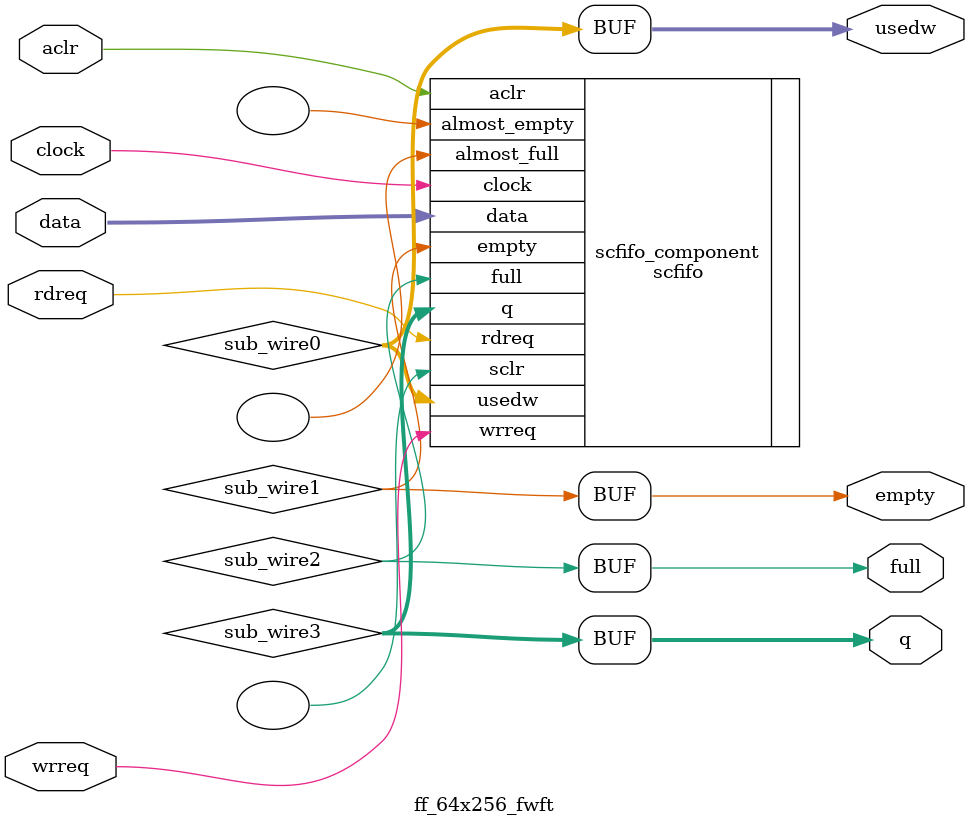
<source format=v>
module ff_64x256_fwft (
	aclr,
	clock,
	data,
	rdreq,
	wrreq,
	empty,
	full,
	q,
	usedw);
	input	  aclr;
	input	  clock;
	input	[63:0]  data;
	input	  rdreq;
	input	  wrreq;
	output	  empty;
	output	  full;
	output	[63:0]  q;
	output	[7:0]  usedw;
	wire [7:0] sub_wire0;
	wire  sub_wire1;
	wire  sub_wire2;
	wire [63:0] sub_wire3;
	wire [7:0] usedw = sub_wire0[7:0];
	wire  empty = sub_wire1;
	wire  full = sub_wire2;
	wire [63:0] q = sub_wire3[63:0];
	scfifo	scfifo_component (
				.clock (clock),
				.wrreq (wrreq),
				.aclr (aclr),
				.data (data),
				.rdreq (rdreq),
				.usedw (sub_wire0),
				.empty (sub_wire1),
				.full (sub_wire2),
				.q (sub_wire3),
				.almost_empty (),
				.almost_full (),
				.sclr ());
	defparam
		scfifo_component.add_ram_output_register = "ON",
		scfifo_component.intended_device_family = "Cyclone V",
		scfifo_component.lpm_hint = "RAM_BLOCK_TYPE=M10K",
		scfifo_component.lpm_numwords = 256,
		scfifo_component.lpm_showahead = "ON",
		scfifo_component.lpm_type = "scfifo",
		scfifo_component.lpm_width = 64,
		scfifo_component.lpm_widthu = 8,
		scfifo_component.overflow_checking = "ON",
		scfifo_component.underflow_checking = "ON",
		scfifo_component.use_eab = "ON";
endmodule
</source>
